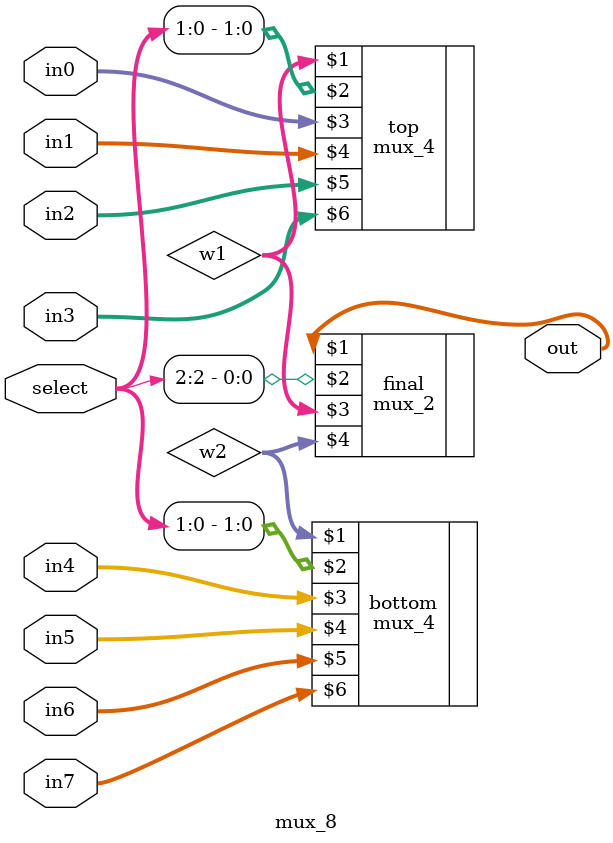
<source format=v>
module mux_8(out, select, in0, in1, in2, in3, in4, in5, in6, in7);
	input [2:0] select;
	input [31:0] in0, in1, in2, in3, in4, in5, in6, in7;
	output [31:0] out;
	wire [31:0] w1, w2;
	
	mux_4 top(w1, select[1:0], in0, in1, in2, in3);
	mux_4 bottom(w2, select[1:0], in4, in5, in6, in7);
	mux_2 final(out, select[2], w1, w2);

endmodule
</source>
